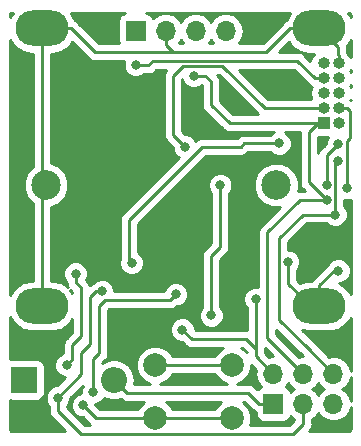
<source format=gbr>
G04 #@! TF.GenerationSoftware,KiCad,Pcbnew,(5.0.0)*
G04 #@! TF.CreationDate,2020-03-15T13:15:32-04:00*
G04 #@! TF.ProjectId,Attiny_IMU_LCD_ETC,417474696E795F494D555F4C43445F45,rev?*
G04 #@! TF.SameCoordinates,Original*
G04 #@! TF.FileFunction,Copper,L2,Bot,Signal*
G04 #@! TF.FilePolarity,Positive*
%FSLAX46Y46*%
G04 Gerber Fmt 4.6, Leading zero omitted, Abs format (unit mm)*
G04 Created by KiCad (PCBNEW (5.0.0)) date 03/15/20 13:15:32*
%MOMM*%
%LPD*%
G01*
G04 APERTURE LIST*
G04 #@! TA.AperFunction,ComponentPad*
%ADD10O,1.000000X1.000000*%
G04 #@! TD*
G04 #@! TA.AperFunction,ComponentPad*
%ADD11R,1.000000X1.000000*%
G04 #@! TD*
G04 #@! TA.AperFunction,ComponentPad*
%ADD12O,2.200000X2.200000*%
G04 #@! TD*
G04 #@! TA.AperFunction,ComponentPad*
%ADD13R,2.200000X2.200000*%
G04 #@! TD*
G04 #@! TA.AperFunction,ComponentPad*
%ADD14C,2.000000*%
G04 #@! TD*
G04 #@! TA.AperFunction,ComponentPad*
%ADD15O,4.500000X3.000000*%
G04 #@! TD*
G04 #@! TA.AperFunction,ComponentPad*
%ADD16R,1.700000X1.700000*%
G04 #@! TD*
G04 #@! TA.AperFunction,ComponentPad*
%ADD17O,1.700000X1.700000*%
G04 #@! TD*
G04 #@! TA.AperFunction,ComponentPad*
%ADD18C,2.500000*%
G04 #@! TD*
G04 #@! TA.AperFunction,ViaPad*
%ADD19C,0.800000*%
G04 #@! TD*
G04 #@! TA.AperFunction,Conductor*
%ADD20C,0.250000*%
G04 #@! TD*
G04 #@! TA.AperFunction,NonConductor*
%ADD21C,0.254000*%
G04 #@! TD*
G04 APERTURE END LIST*
D10*
G04 #@! TO.P,J1,10*
G04 #@! TO.N,GND*
X145020000Y-72460000D03*
G04 #@! TO.P,J1,9*
G04 #@! TO.N,SDA*
X143750000Y-72460000D03*
G04 #@! TO.P,J1,8*
G04 #@! TO.N,N/C*
X145020000Y-73730000D03*
G04 #@! TO.P,J1,7*
G04 #@! TO.N,+3V3*
X143750000Y-73730000D03*
G04 #@! TO.P,J1,6*
G04 #@! TO.N,RST*
X145020000Y-75000000D03*
G04 #@! TO.P,J1,5*
G04 #@! TO.N,N/C*
X143750000Y-75000000D03*
G04 #@! TO.P,J1,4*
G04 #@! TO.N,+3V3*
X145020000Y-76270000D03*
G04 #@! TO.P,J1,3*
G04 #@! TO.N,BTN*
X143750000Y-76270000D03*
G04 #@! TO.P,J1,2*
G04 #@! TO.N,GND*
X145020000Y-77540000D03*
D11*
G04 #@! TO.P,J1,1*
G04 #@! TO.N,SCL*
X143750000Y-77540000D03*
G04 #@! TD*
D12*
G04 #@! TO.P,SW1,2*
G04 #@! TO.N,+3V3*
X126000000Y-99250000D03*
D13*
G04 #@! TO.P,SW1,1*
G04 #@! TO.N,Net-(SW1-Pad1)*
X118380000Y-99250000D03*
G04 #@! TD*
D14*
G04 #@! TO.P,SW2,1*
G04 #@! TO.N,BTN*
X136000000Y-98000000D03*
G04 #@! TO.P,SW2,2*
G04 #@! TO.N,GND*
X136000000Y-102500000D03*
G04 #@! TO.P,SW2,1*
G04 #@! TO.N,BTN*
X129500000Y-98000000D03*
G04 #@! TO.P,SW2,2*
G04 #@! TO.N,GND*
X129500000Y-102500000D03*
G04 #@! TD*
D15*
G04 #@! TO.P,U1,5*
G04 #@! TO.N,GND*
X119900001Y-93000000D03*
X143400001Y-93000000D03*
X119900001Y-69500000D03*
X143400001Y-69500000D03*
D16*
G04 #@! TO.P,U1,1*
G04 #@! TO.N,+3V3*
X127850001Y-69700000D03*
D17*
G04 #@! TO.P,U1,2*
G04 #@! TO.N,GND*
X130390001Y-69700000D03*
G04 #@! TO.P,U1,3*
G04 #@! TO.N,SCL*
X132930001Y-69700000D03*
G04 #@! TO.P,U1,4*
G04 #@! TO.N,SDA*
X135470001Y-69700000D03*
G04 #@! TD*
D18*
G04 #@! TO.P,U2,1*
G04 #@! TO.N,GND*
X120250000Y-82750000D03*
G04 #@! TO.P,U2,2*
G04 #@! TO.N,Net-(SW1-Pad1)*
X139750000Y-82750000D03*
G04 #@! TD*
D17*
G04 #@! TO.P,J2,6*
G04 #@! TO.N,SDA*
X144580000Y-98750000D03*
G04 #@! TO.P,J2,5*
G04 #@! TO.N,LED2*
X144580000Y-101290000D03*
G04 #@! TO.P,J2,4*
G04 #@! TO.N,SCL*
X142040000Y-98750000D03*
G04 #@! TO.P,J2,3*
G04 #@! TO.N,LED1*
X142040000Y-101290000D03*
G04 #@! TO.P,J2,2*
G04 #@! TO.N,GND*
X139500000Y-98750000D03*
D16*
G04 #@! TO.P,J2,1*
G04 #@! TO.N,+3V3*
X139500000Y-101290000D03*
G04 #@! TD*
D19*
G04 #@! TO.N,GND*
X145000000Y-90000000D03*
X123400000Y-101400000D03*
X131800000Y-95000000D03*
X138000000Y-92400000D03*
X145000000Y-79250000D03*
X144000000Y-82750000D03*
X140750000Y-89250000D03*
G04 #@! TO.N,+3V3*
X122000000Y-98000000D03*
X122750000Y-90250000D03*
X145750000Y-83000000D03*
X127850001Y-72600001D03*
G04 #@! TO.N,BTN*
X132000000Y-79500000D03*
X135000000Y-82750000D03*
X134250000Y-93800000D03*
G04 #@! TO.N,SCL*
X132750000Y-73500000D03*
X144000000Y-84000000D03*
G04 #@! TO.N,RST*
X127500000Y-89345000D03*
X140012653Y-79237347D03*
G04 #@! TO.N,SDA*
X144750000Y-85250000D03*
X144987347Y-80737347D03*
G04 #@! TO.N,LED1*
X121250000Y-100750000D03*
X125000000Y-91750000D03*
G04 #@! TO.N,LED2*
X124250000Y-100250000D03*
X131250000Y-92000000D03*
G04 #@! TD*
D20*
G04 #@! TO.N,GND*
X130390001Y-70902081D02*
X130987920Y-71500000D01*
X130390001Y-69700000D02*
X130390001Y-70902081D01*
X140900001Y-69500000D02*
X143400001Y-69500000D01*
X138900001Y-71500000D02*
X140900001Y-69500000D01*
X144770000Y-70869999D02*
X143400001Y-69500000D01*
X124400001Y-71500000D02*
X131500000Y-71500000D01*
X122400001Y-69500000D02*
X124400001Y-71500000D01*
X119900001Y-69500000D02*
X122400001Y-69500000D01*
X130987920Y-71500000D02*
X131500000Y-71500000D01*
X131500000Y-71500000D02*
X138900001Y-71500000D01*
X144650001Y-90000000D02*
X145000000Y-90000000D01*
X143400001Y-91250000D02*
X144650001Y-90000000D01*
X143400001Y-93000000D02*
X143400001Y-91250000D01*
X129500000Y-102500000D02*
X136000000Y-102500000D01*
X119900001Y-83099999D02*
X120250000Y-82750000D01*
X119900001Y-93000000D02*
X119900001Y-83099999D01*
X119900001Y-82400001D02*
X120250000Y-82750000D01*
X119900001Y-69500000D02*
X119900001Y-82400001D01*
X124500000Y-102500000D02*
X123400000Y-101400000D01*
X129500000Y-102500000D02*
X124500000Y-102500000D01*
X139500000Y-98750000D02*
X138000000Y-97250000D01*
X138000000Y-97250000D02*
X138000000Y-96600000D01*
X138000000Y-96600000D02*
X137200000Y-95800000D01*
X137200000Y-95800000D02*
X132600000Y-95800000D01*
X132600000Y-95800000D02*
X131800000Y-95000000D01*
X138000000Y-96600000D02*
X138000000Y-92400000D01*
X145020000Y-71752894D02*
X145000000Y-71732894D01*
X145020000Y-72460000D02*
X145020000Y-71752894D01*
X145000000Y-71099999D02*
X143400001Y-69500000D01*
X145000000Y-71732894D02*
X145000000Y-71099999D01*
X142650001Y-93000000D02*
X143400001Y-93000000D01*
X140750000Y-91099999D02*
X142650001Y-93000000D01*
X140750000Y-89250000D02*
X140750000Y-91099999D01*
X144250000Y-80000000D02*
X145000000Y-79250000D01*
X144000000Y-80250000D02*
X144250000Y-80000000D01*
X144000000Y-82750000D02*
X144000000Y-80250000D01*
G04 #@! TO.N,+3V3*
X126000000Y-99250000D02*
X127099999Y-100349999D01*
X122750000Y-91000000D02*
X122750000Y-90250000D01*
X123250000Y-91500000D02*
X122750000Y-91000000D01*
X123250000Y-95500000D02*
X123250000Y-91500000D01*
X122475011Y-96274989D02*
X123250000Y-95500000D01*
X122475011Y-97524989D02*
X122475011Y-96274989D01*
X122000000Y-98000000D02*
X122475011Y-97524989D01*
X127099999Y-100349999D02*
X137349999Y-100349999D01*
X138290000Y-101290000D02*
X139500000Y-101290000D01*
X137349999Y-100349999D02*
X138290000Y-101290000D01*
X145770000Y-76270000D02*
X145020000Y-76270000D01*
X146000000Y-76500000D02*
X145770000Y-76270000D01*
X146000000Y-78750000D02*
X146000000Y-76500000D01*
X145750000Y-83000000D02*
X145750000Y-79000000D01*
X145750000Y-79000000D02*
X146000000Y-78750000D01*
X141532884Y-72219990D02*
X129280010Y-72219990D01*
X143750000Y-73730000D02*
X143042894Y-73730000D01*
X143042894Y-73730000D02*
X141532884Y-72219990D01*
X129280010Y-72219990D02*
X128899999Y-72600001D01*
X128899999Y-72600001D02*
X127850001Y-72600001D01*
G04 #@! TO.N,BTN*
X136000000Y-98000000D02*
X129500000Y-98000000D01*
X131830000Y-72670000D02*
X131000000Y-73500000D01*
X131000000Y-73500000D02*
X131000000Y-78500000D01*
X131000000Y-78500000D02*
X132000000Y-79500000D01*
X135000000Y-82750000D02*
X135000000Y-88000000D01*
X135000000Y-88000000D02*
X134200000Y-88800000D01*
X134200000Y-93750000D02*
X134250000Y-93800000D01*
X134200000Y-88800000D02*
X134200000Y-93750000D01*
X131830000Y-72670000D02*
X135170000Y-72670000D01*
X138770000Y-76270000D02*
X143750000Y-76270000D01*
X135170000Y-72670000D02*
X138770000Y-76270000D01*
G04 #@! TO.N,SCL*
X133750000Y-73500000D02*
X132750000Y-73500000D01*
X134190000Y-73940000D02*
X133750000Y-73500000D01*
X139490000Y-96200000D02*
X142040000Y-98750000D01*
X139000000Y-95710000D02*
X139490000Y-96200000D01*
X139000000Y-86750000D02*
X139000000Y-95710000D01*
X141750000Y-84000000D02*
X139000000Y-86750000D01*
X144000000Y-84000000D02*
X141750000Y-84000000D01*
X134190000Y-75940000D02*
X134190000Y-73940000D01*
X135790000Y-77540000D02*
X134190000Y-75940000D01*
X139750000Y-77540000D02*
X135790000Y-77540000D01*
X142500000Y-82500000D02*
X142500000Y-80290000D01*
X144000000Y-84000000D02*
X142500000Y-82500000D01*
X142500000Y-78290000D02*
X143250000Y-77540000D01*
X142500000Y-80290000D02*
X142500000Y-78290000D01*
X143750000Y-77540000D02*
X143250000Y-77540000D01*
X143250000Y-77540000D02*
X139750000Y-77540000D01*
G04 #@! TO.N,RST*
X136750000Y-79500000D02*
X133500000Y-79500000D01*
X133500000Y-79500000D02*
X127250000Y-85750000D01*
X127250000Y-89095000D02*
X127500000Y-89345000D01*
X127250000Y-85750000D02*
X127250000Y-89095000D01*
X137012653Y-79237347D02*
X136750000Y-79500000D01*
X140012653Y-79237347D02*
X137012653Y-79237347D01*
G04 #@! TO.N,SDA*
X140000000Y-94170000D02*
X142400000Y-96570000D01*
X140000000Y-87250000D02*
X140000000Y-94170000D01*
X142000000Y-85250000D02*
X140000000Y-87250000D01*
X142400000Y-96570000D02*
X144580000Y-98750000D01*
X144750000Y-85250000D02*
X142000000Y-85250000D01*
X144750000Y-80974694D02*
X144987347Y-80737347D01*
X144750000Y-85250000D02*
X144750000Y-80974694D01*
G04 #@! TO.N,LED1*
X124500000Y-91750000D02*
X125000000Y-91750000D01*
X124000000Y-92250000D02*
X124500000Y-91750000D01*
X124000000Y-96250000D02*
X124000000Y-92250000D01*
X123250000Y-97000000D02*
X124000000Y-96250000D01*
X123250000Y-98750000D02*
X123250000Y-97000000D01*
X121250000Y-100750000D02*
X123250000Y-98750000D01*
X142040000Y-102960000D02*
X142040000Y-101290000D01*
X141174999Y-103825001D02*
X142040000Y-102960000D01*
X123225001Y-103825001D02*
X141174999Y-103825001D01*
X121250000Y-100750000D02*
X121250000Y-101850000D01*
X121250000Y-101850000D02*
X123225001Y-103825001D01*
G04 #@! TO.N,LED2*
X124250000Y-97500000D02*
X124250000Y-100250000D01*
X124750000Y-97000000D02*
X124250000Y-97500000D01*
X124750000Y-93000000D02*
X124750000Y-97000000D01*
X125250000Y-92500000D02*
X124750000Y-93000000D01*
X130750000Y-92500000D02*
X125250000Y-92500000D01*
X131250000Y-92000000D02*
X130750000Y-92500000D01*
G04 #@! TD*
D21*
G36*
X117610752Y-94539249D02*
X118316965Y-95011126D01*
X118939722Y-95135000D01*
X120860280Y-95135000D01*
X121483037Y-95011126D01*
X122189250Y-94539249D01*
X122490000Y-94089145D01*
X122490000Y-95185198D01*
X121990539Y-95684660D01*
X121927083Y-95727060D01*
X121884683Y-95790516D01*
X121884682Y-95790517D01*
X121759108Y-95978452D01*
X121700123Y-96274989D01*
X121715012Y-96349840D01*
X121715011Y-96997770D01*
X121413720Y-97122569D01*
X121122569Y-97413720D01*
X120965000Y-97794126D01*
X120965000Y-98205874D01*
X121122569Y-98586280D01*
X121413720Y-98877431D01*
X121794126Y-99035000D01*
X121890198Y-99035000D01*
X121210199Y-99715000D01*
X121044126Y-99715000D01*
X120663720Y-99872569D01*
X120372569Y-100163720D01*
X120215000Y-100544126D01*
X120215000Y-100955874D01*
X120372569Y-101336280D01*
X120490001Y-101453712D01*
X120490001Y-101775149D01*
X120475112Y-101850000D01*
X120534097Y-102146537D01*
X120621558Y-102277431D01*
X120702072Y-102397929D01*
X120765528Y-102440329D01*
X121865198Y-103540000D01*
X117319930Y-103540000D01*
X117240016Y-103524104D01*
X117231551Y-103518448D01*
X117225896Y-103509985D01*
X117210000Y-103430070D01*
X117210000Y-100983516D01*
X117280000Y-100997440D01*
X119480000Y-100997440D01*
X119727765Y-100948157D01*
X119937809Y-100807809D01*
X120078157Y-100597765D01*
X120127440Y-100350000D01*
X120127440Y-98150000D01*
X120078157Y-97902235D01*
X119937809Y-97692191D01*
X119727765Y-97551843D01*
X119480000Y-97502560D01*
X117280000Y-97502560D01*
X117210000Y-97516484D01*
X117210000Y-93939482D01*
X117610752Y-94539249D01*
X117610752Y-94539249D01*
G37*
X117610752Y-94539249D02*
X118316965Y-95011126D01*
X118939722Y-95135000D01*
X120860280Y-95135000D01*
X121483037Y-95011126D01*
X122189250Y-94539249D01*
X122490000Y-94089145D01*
X122490000Y-95185198D01*
X121990539Y-95684660D01*
X121927083Y-95727060D01*
X121884683Y-95790516D01*
X121884682Y-95790517D01*
X121759108Y-95978452D01*
X121700123Y-96274989D01*
X121715012Y-96349840D01*
X121715011Y-96997770D01*
X121413720Y-97122569D01*
X121122569Y-97413720D01*
X120965000Y-97794126D01*
X120965000Y-98205874D01*
X121122569Y-98586280D01*
X121413720Y-98877431D01*
X121794126Y-99035000D01*
X121890198Y-99035000D01*
X121210199Y-99715000D01*
X121044126Y-99715000D01*
X120663720Y-99872569D01*
X120372569Y-100163720D01*
X120215000Y-100544126D01*
X120215000Y-100955874D01*
X120372569Y-101336280D01*
X120490001Y-101453712D01*
X120490001Y-101775149D01*
X120475112Y-101850000D01*
X120534097Y-102146537D01*
X120621558Y-102277431D01*
X120702072Y-102397929D01*
X120765528Y-102440329D01*
X121865198Y-103540000D01*
X117319930Y-103540000D01*
X117240016Y-103524104D01*
X117231551Y-103518448D01*
X117225896Y-103509985D01*
X117210000Y-103430070D01*
X117210000Y-100983516D01*
X117280000Y-100997440D01*
X119480000Y-100997440D01*
X119727765Y-100948157D01*
X119937809Y-100807809D01*
X120078157Y-100597765D01*
X120127440Y-100350000D01*
X120127440Y-98150000D01*
X120078157Y-97902235D01*
X119937809Y-97692191D01*
X119727765Y-97551843D01*
X119480000Y-97502560D01*
X117280000Y-97502560D01*
X117210000Y-97516484D01*
X117210000Y-93939482D01*
X117610752Y-94539249D01*
G36*
X146040001Y-103430065D02*
X146024104Y-103509984D01*
X146018448Y-103518449D01*
X146009985Y-103524104D01*
X145930070Y-103540000D01*
X142539931Y-103540000D01*
X142587929Y-103507929D01*
X142755904Y-103256537D01*
X142800000Y-103034852D01*
X142800000Y-103034848D01*
X142814888Y-102960001D01*
X142800000Y-102885154D01*
X142800000Y-102568178D01*
X143110625Y-102360625D01*
X143310000Y-102062239D01*
X143509375Y-102360625D01*
X144000582Y-102688839D01*
X144433744Y-102775000D01*
X144726256Y-102775000D01*
X145159418Y-102688839D01*
X145650625Y-102360625D01*
X145978839Y-101869418D01*
X146040001Y-101561935D01*
X146040001Y-103430065D01*
X146040001Y-103430065D01*
G37*
X146040001Y-103430065D02*
X146024104Y-103509984D01*
X146018448Y-103518449D01*
X146009985Y-103524104D01*
X145930070Y-103540000D01*
X142539931Y-103540000D01*
X142587929Y-103507929D01*
X142755904Y-103256537D01*
X142800000Y-103034852D01*
X142800000Y-103034848D01*
X142814888Y-102960001D01*
X142800000Y-102885154D01*
X142800000Y-102568178D01*
X143110625Y-102360625D01*
X143310000Y-102062239D01*
X143509375Y-102360625D01*
X144000582Y-102688839D01*
X144433744Y-102775000D01*
X144726256Y-102775000D01*
X145159418Y-102688839D01*
X145650625Y-102360625D01*
X145978839Y-101869418D01*
X146040001Y-101561935D01*
X146040001Y-103430065D01*
G36*
X123215000Y-100044126D02*
X123215000Y-100365000D01*
X123194126Y-100365000D01*
X122813720Y-100522569D01*
X122522569Y-100813720D01*
X122365000Y-101194126D01*
X122365000Y-101605874D01*
X122522569Y-101986280D01*
X122813720Y-102277431D01*
X123194126Y-102435000D01*
X123360199Y-102435000D01*
X123909671Y-102984473D01*
X123952071Y-103047929D01*
X123977621Y-103065001D01*
X123539803Y-103065001D01*
X122010000Y-101535199D01*
X122010000Y-101453711D01*
X122127431Y-101336280D01*
X122285000Y-100955874D01*
X122285000Y-100789801D01*
X123345336Y-99729465D01*
X123215000Y-100044126D01*
X123215000Y-100044126D01*
G37*
X123215000Y-100044126D02*
X123215000Y-100365000D01*
X123194126Y-100365000D01*
X122813720Y-100522569D01*
X122522569Y-100813720D01*
X122365000Y-101194126D01*
X122365000Y-101605874D01*
X122522569Y-101986280D01*
X122813720Y-102277431D01*
X123194126Y-102435000D01*
X123360199Y-102435000D01*
X123909671Y-102984473D01*
X123952071Y-103047929D01*
X123977621Y-103065001D01*
X123539803Y-103065001D01*
X122010000Y-101535199D01*
X122010000Y-101453711D01*
X122127431Y-101336280D01*
X122285000Y-100955874D01*
X122285000Y-100789801D01*
X123345336Y-99729465D01*
X123215000Y-100044126D01*
G36*
X137699671Y-101774473D02*
X137742071Y-101837929D01*
X137993463Y-102005904D01*
X138002560Y-102007714D01*
X138002560Y-102140000D01*
X138051843Y-102387765D01*
X138192191Y-102597809D01*
X138402235Y-102738157D01*
X138650000Y-102787440D01*
X140350000Y-102787440D01*
X140597765Y-102738157D01*
X140807809Y-102597809D01*
X140948157Y-102387765D01*
X140957184Y-102342381D01*
X140969375Y-102360625D01*
X141280000Y-102568178D01*
X141280000Y-102645198D01*
X140860198Y-103065001D01*
X137535680Y-103065001D01*
X137635000Y-102825222D01*
X137635000Y-102174778D01*
X137386086Y-101573847D01*
X136926153Y-101113914D01*
X136916701Y-101109999D01*
X137035198Y-101109999D01*
X137699671Y-101774473D01*
X137699671Y-101774473D01*
G37*
X137699671Y-101774473D02*
X137742071Y-101837929D01*
X137993463Y-102005904D01*
X138002560Y-102007714D01*
X138002560Y-102140000D01*
X138051843Y-102387765D01*
X138192191Y-102597809D01*
X138402235Y-102738157D01*
X138650000Y-102787440D01*
X140350000Y-102787440D01*
X140597765Y-102738157D01*
X140807809Y-102597809D01*
X140948157Y-102387765D01*
X140957184Y-102342381D01*
X140969375Y-102360625D01*
X141280000Y-102568178D01*
X141280000Y-102645198D01*
X140860198Y-103065001D01*
X137535680Y-103065001D01*
X137635000Y-102825222D01*
X137635000Y-102174778D01*
X137386086Y-101573847D01*
X136926153Y-101113914D01*
X136916701Y-101109999D01*
X137035198Y-101109999D01*
X137699671Y-101774473D01*
G36*
X135073847Y-101113914D02*
X134613914Y-101573847D01*
X134545091Y-101740000D01*
X130954909Y-101740000D01*
X130886086Y-101573847D01*
X130426153Y-101113914D01*
X130416701Y-101109999D01*
X135083299Y-101109999D01*
X135073847Y-101113914D01*
X135073847Y-101113914D01*
G37*
X135073847Y-101113914D02*
X134613914Y-101573847D01*
X134545091Y-101740000D01*
X130954909Y-101740000D01*
X130886086Y-101573847D01*
X130426153Y-101113914D01*
X130416701Y-101109999D01*
X135083299Y-101109999D01*
X135073847Y-101113914D01*
G36*
X125323037Y-100884334D02*
X125829120Y-100985000D01*
X126170880Y-100985000D01*
X126565043Y-100906596D01*
X126803462Y-101065903D01*
X127025147Y-101109999D01*
X127025151Y-101109999D01*
X127099999Y-101124887D01*
X127174847Y-101109999D01*
X128583299Y-101109999D01*
X128573847Y-101113914D01*
X128113914Y-101573847D01*
X128045091Y-101740000D01*
X124814802Y-101740000D01*
X124435000Y-101360199D01*
X124435000Y-101285000D01*
X124455874Y-101285000D01*
X124836280Y-101127431D01*
X125127431Y-100836280D01*
X125154243Y-100771550D01*
X125323037Y-100884334D01*
X125323037Y-100884334D01*
G37*
X125323037Y-100884334D02*
X125829120Y-100985000D01*
X126170880Y-100985000D01*
X126565043Y-100906596D01*
X126803462Y-101065903D01*
X127025147Y-101109999D01*
X127025151Y-101109999D01*
X127099999Y-101124887D01*
X127174847Y-101109999D01*
X128583299Y-101109999D01*
X128573847Y-101113914D01*
X128113914Y-101573847D01*
X128045091Y-101740000D01*
X124814802Y-101740000D01*
X124435000Y-101360199D01*
X124435000Y-101285000D01*
X124455874Y-101285000D01*
X124836280Y-101127431D01*
X125127431Y-100836280D01*
X125154243Y-100771550D01*
X125323037Y-100884334D01*
G36*
X146040001Y-101018065D02*
X145978839Y-100710582D01*
X145650625Y-100219375D01*
X145352239Y-100020000D01*
X145650625Y-99820625D01*
X145978839Y-99329418D01*
X146040001Y-99021935D01*
X146040001Y-101018065D01*
X146040001Y-101018065D01*
G37*
X146040001Y-101018065D02*
X145978839Y-100710582D01*
X145650625Y-100219375D01*
X145352239Y-100020000D01*
X145650625Y-99820625D01*
X145978839Y-99329418D01*
X146040001Y-99021935D01*
X146040001Y-101018065D01*
G36*
X143509375Y-99820625D02*
X143807761Y-100020000D01*
X143509375Y-100219375D01*
X143310000Y-100517761D01*
X143110625Y-100219375D01*
X142812239Y-100020000D01*
X143110625Y-99820625D01*
X143310000Y-99522239D01*
X143509375Y-99820625D01*
X143509375Y-99820625D01*
G37*
X143509375Y-99820625D02*
X143807761Y-100020000D01*
X143509375Y-100219375D01*
X143310000Y-100517761D01*
X143110625Y-100219375D01*
X142812239Y-100020000D01*
X143110625Y-99820625D01*
X143310000Y-99522239D01*
X143509375Y-99820625D01*
G36*
X140969375Y-99820625D02*
X141267761Y-100020000D01*
X140969375Y-100219375D01*
X140957184Y-100237619D01*
X140948157Y-100192235D01*
X140807809Y-99982191D01*
X140597765Y-99841843D01*
X140552381Y-99832816D01*
X140570625Y-99820625D01*
X140770000Y-99522239D01*
X140969375Y-99820625D01*
X140969375Y-99820625D01*
G37*
X140969375Y-99820625D02*
X141267761Y-100020000D01*
X140969375Y-100219375D01*
X140957184Y-100237619D01*
X140948157Y-100192235D01*
X140807809Y-99982191D01*
X140597765Y-99841843D01*
X140552381Y-99832816D01*
X140570625Y-99820625D01*
X140770000Y-99522239D01*
X140969375Y-99820625D01*
G36*
X138058791Y-98383593D02*
X137985908Y-98750000D01*
X138101161Y-99329418D01*
X138429375Y-99820625D01*
X138447619Y-99832816D01*
X138402235Y-99841843D01*
X138192191Y-99982191D01*
X138138038Y-100063236D01*
X137940330Y-99865529D01*
X137897928Y-99802070D01*
X137646536Y-99634095D01*
X137424851Y-99589999D01*
X137424846Y-99589999D01*
X137349999Y-99575111D01*
X137275152Y-99589999D01*
X136433864Y-99589999D01*
X136926153Y-99386086D01*
X137386086Y-98926153D01*
X137635000Y-98325222D01*
X137635000Y-97959801D01*
X138058791Y-98383593D01*
X138058791Y-98383593D01*
G37*
X138058791Y-98383593D02*
X137985908Y-98750000D01*
X138101161Y-99329418D01*
X138429375Y-99820625D01*
X138447619Y-99832816D01*
X138402235Y-99841843D01*
X138192191Y-99982191D01*
X138138038Y-100063236D01*
X137940330Y-99865529D01*
X137897928Y-99802070D01*
X137646536Y-99634095D01*
X137424851Y-99589999D01*
X137424846Y-99589999D01*
X137349999Y-99575111D01*
X137275152Y-99589999D01*
X136433864Y-99589999D01*
X136926153Y-99386086D01*
X137386086Y-98926153D01*
X137635000Y-98325222D01*
X137635000Y-97959801D01*
X138058791Y-98383593D01*
G36*
X123809672Y-71984473D02*
X123852072Y-72047929D01*
X124103464Y-72215904D01*
X124325149Y-72260000D01*
X124325153Y-72260000D01*
X124400000Y-72274888D01*
X124474847Y-72260000D01*
X126870558Y-72260000D01*
X126815001Y-72394127D01*
X126815001Y-72805875D01*
X126972570Y-73186281D01*
X127263721Y-73477432D01*
X127644127Y-73635001D01*
X128055875Y-73635001D01*
X128436281Y-73477432D01*
X128553712Y-73360001D01*
X128825152Y-73360001D01*
X128899999Y-73374889D01*
X128974846Y-73360001D01*
X128974851Y-73360001D01*
X129196536Y-73315905D01*
X129447928Y-73147930D01*
X129490330Y-73084471D01*
X129594811Y-72979990D01*
X130433416Y-72979990D01*
X130284096Y-73203464D01*
X130240000Y-73425149D01*
X130240000Y-73425153D01*
X130225112Y-73500000D01*
X130240000Y-73574847D01*
X130240001Y-78425148D01*
X130225112Y-78500000D01*
X130240001Y-78574852D01*
X130265583Y-78703463D01*
X130284097Y-78796537D01*
X130388952Y-78953463D01*
X130452072Y-79047929D01*
X130515528Y-79090329D01*
X130965000Y-79539802D01*
X130965000Y-79705874D01*
X131122569Y-80086280D01*
X131413720Y-80377431D01*
X131508506Y-80416692D01*
X126765530Y-85159669D01*
X126702071Y-85202071D01*
X126534096Y-85453464D01*
X126490000Y-85675149D01*
X126490000Y-85675153D01*
X126475112Y-85750000D01*
X126490000Y-85824847D01*
X126490001Y-89020148D01*
X126475112Y-89095000D01*
X126477761Y-89108318D01*
X126465000Y-89139126D01*
X126465000Y-89550874D01*
X126622569Y-89931280D01*
X126913720Y-90222431D01*
X127294126Y-90380000D01*
X127705874Y-90380000D01*
X128086280Y-90222431D01*
X128377431Y-89931280D01*
X128535000Y-89550874D01*
X128535000Y-89139126D01*
X128377431Y-88758720D01*
X128086280Y-88467569D01*
X128010000Y-88435973D01*
X128010000Y-86064801D01*
X133814802Y-80260000D01*
X136675153Y-80260000D01*
X136750000Y-80274888D01*
X136824847Y-80260000D01*
X136824852Y-80260000D01*
X137046537Y-80215904D01*
X137297929Y-80047929D01*
X137331727Y-79997347D01*
X139308942Y-79997347D01*
X139426373Y-80114778D01*
X139806779Y-80272347D01*
X140218527Y-80272347D01*
X140598933Y-80114778D01*
X140890084Y-79823627D01*
X141047653Y-79443221D01*
X141047653Y-79031473D01*
X140890084Y-78651067D01*
X140598933Y-78359916D01*
X140454283Y-78300000D01*
X141727101Y-78300000D01*
X141740001Y-78364852D01*
X141740000Y-80364851D01*
X141740001Y-80364856D01*
X141740000Y-82425153D01*
X141725112Y-82500000D01*
X141740000Y-82574847D01*
X141740000Y-82574851D01*
X141784096Y-82796536D01*
X141952071Y-83047929D01*
X142015530Y-83090331D01*
X142165199Y-83240000D01*
X141824846Y-83240000D01*
X141749999Y-83225112D01*
X141675152Y-83240000D01*
X141675148Y-83240000D01*
X141579461Y-83259033D01*
X141635000Y-83124950D01*
X141635000Y-82375050D01*
X141348026Y-81682233D01*
X140817767Y-81151974D01*
X140124950Y-80865000D01*
X139375050Y-80865000D01*
X138682233Y-81151974D01*
X138151974Y-81682233D01*
X137865000Y-82375050D01*
X137865000Y-83124950D01*
X138151974Y-83817767D01*
X138682233Y-84348026D01*
X139375050Y-84635000D01*
X140040198Y-84635000D01*
X138515530Y-86159669D01*
X138452071Y-86202071D01*
X138284096Y-86453464D01*
X138240000Y-86675149D01*
X138240000Y-86675153D01*
X138225112Y-86750000D01*
X138240000Y-86824847D01*
X138240001Y-91379136D01*
X138205874Y-91365000D01*
X137794126Y-91365000D01*
X137413720Y-91522569D01*
X137122569Y-91813720D01*
X136965000Y-92194126D01*
X136965000Y-92605874D01*
X137122569Y-92986280D01*
X137240001Y-93103712D01*
X137240000Y-95033069D01*
X137200000Y-95025112D01*
X137125153Y-95040000D01*
X132914802Y-95040000D01*
X132835000Y-94960198D01*
X132835000Y-94794126D01*
X132677431Y-94413720D01*
X132386280Y-94122569D01*
X132005874Y-93965000D01*
X131594126Y-93965000D01*
X131213720Y-94122569D01*
X130922569Y-94413720D01*
X130765000Y-94794126D01*
X130765000Y-95205874D01*
X130922569Y-95586280D01*
X131213720Y-95877431D01*
X131594126Y-96035000D01*
X131760198Y-96035000D01*
X132009670Y-96284472D01*
X132052071Y-96347929D01*
X132115527Y-96390329D01*
X132303462Y-96515904D01*
X132349936Y-96525148D01*
X132525148Y-96560000D01*
X132525152Y-96560000D01*
X132600000Y-96574888D01*
X132674848Y-96560000D01*
X135204007Y-96560000D01*
X135073847Y-96613914D01*
X134613914Y-97073847D01*
X134545091Y-97240000D01*
X130954909Y-97240000D01*
X130886086Y-97073847D01*
X130426153Y-96613914D01*
X129825222Y-96365000D01*
X129174778Y-96365000D01*
X128573847Y-96613914D01*
X128113914Y-97073847D01*
X127865000Y-97674778D01*
X127865000Y-98325222D01*
X128113914Y-98926153D01*
X128573847Y-99386086D01*
X129066136Y-99589999D01*
X127701360Y-99589999D01*
X127768990Y-99250000D01*
X127634334Y-98573037D01*
X127250865Y-97999135D01*
X126676963Y-97615666D01*
X126170880Y-97515000D01*
X125829120Y-97515000D01*
X125323037Y-97615666D01*
X125010000Y-97824831D01*
X125010000Y-97814801D01*
X125234472Y-97590329D01*
X125297929Y-97547929D01*
X125413551Y-97374889D01*
X125465904Y-97296538D01*
X125484417Y-97203464D01*
X125510000Y-97074852D01*
X125510000Y-97074848D01*
X125524888Y-97000000D01*
X125510000Y-96925152D01*
X125510000Y-93594126D01*
X133215000Y-93594126D01*
X133215000Y-94005874D01*
X133372569Y-94386280D01*
X133663720Y-94677431D01*
X134044126Y-94835000D01*
X134455874Y-94835000D01*
X134836280Y-94677431D01*
X135127431Y-94386280D01*
X135285000Y-94005874D01*
X135285000Y-93594126D01*
X135127431Y-93213720D01*
X134960000Y-93046289D01*
X134960000Y-89114801D01*
X135484473Y-88590329D01*
X135547929Y-88547929D01*
X135703215Y-88315528D01*
X135715904Y-88296538D01*
X135758161Y-88084096D01*
X135760000Y-88074852D01*
X135760000Y-88074848D01*
X135774888Y-88000000D01*
X135760000Y-87925152D01*
X135760000Y-83453711D01*
X135877431Y-83336280D01*
X136035000Y-82955874D01*
X136035000Y-82544126D01*
X135877431Y-82163720D01*
X135586280Y-81872569D01*
X135205874Y-81715000D01*
X134794126Y-81715000D01*
X134413720Y-81872569D01*
X134122569Y-82163720D01*
X133965000Y-82544126D01*
X133965000Y-82955874D01*
X134122569Y-83336280D01*
X134240000Y-83453711D01*
X134240001Y-87685197D01*
X133715530Y-88209669D01*
X133652071Y-88252071D01*
X133484096Y-88503464D01*
X133440000Y-88725149D01*
X133440000Y-88725153D01*
X133425112Y-88800000D01*
X133440000Y-88874847D01*
X133440001Y-93146288D01*
X133372569Y-93213720D01*
X133215000Y-93594126D01*
X125510000Y-93594126D01*
X125510000Y-93314801D01*
X125564802Y-93260000D01*
X130675153Y-93260000D01*
X130750000Y-93274888D01*
X130824847Y-93260000D01*
X130824852Y-93260000D01*
X131046537Y-93215904D01*
X131297929Y-93047929D01*
X131306568Y-93035000D01*
X131455874Y-93035000D01*
X131836280Y-92877431D01*
X132127431Y-92586280D01*
X132285000Y-92205874D01*
X132285000Y-91794126D01*
X132127431Y-91413720D01*
X131836280Y-91122569D01*
X131455874Y-90965000D01*
X131044126Y-90965000D01*
X130663720Y-91122569D01*
X130372569Y-91413720D01*
X130237420Y-91740000D01*
X126035000Y-91740000D01*
X126035000Y-91544126D01*
X125877431Y-91163720D01*
X125586280Y-90872569D01*
X125205874Y-90715000D01*
X124794126Y-90715000D01*
X124413720Y-90872569D01*
X124264293Y-91021996D01*
X124251605Y-91024520D01*
X124203462Y-91034096D01*
X124142467Y-91074852D01*
X123960992Y-91196110D01*
X123840329Y-91015527D01*
X123797929Y-90952071D01*
X123734472Y-90909671D01*
X123637287Y-90812485D01*
X123785000Y-90455874D01*
X123785000Y-90044126D01*
X123627431Y-89663720D01*
X123336280Y-89372569D01*
X122955874Y-89215000D01*
X122544126Y-89215000D01*
X122163720Y-89372569D01*
X121872569Y-89663720D01*
X121715000Y-90044126D01*
X121715000Y-90455874D01*
X121872569Y-90836280D01*
X121985262Y-90948973D01*
X121975112Y-91000000D01*
X121990000Y-91074847D01*
X121990000Y-91074851D01*
X122034096Y-91296536D01*
X122107179Y-91405913D01*
X121483037Y-90988874D01*
X120860280Y-90865000D01*
X120660001Y-90865000D01*
X120660001Y-84620481D01*
X121317767Y-84348026D01*
X121848026Y-83817767D01*
X122135000Y-83124950D01*
X122135000Y-82375050D01*
X121848026Y-81682233D01*
X121317767Y-81151974D01*
X120660001Y-80879519D01*
X120660001Y-71635000D01*
X120860280Y-71635000D01*
X121483037Y-71511126D01*
X122189250Y-71039249D01*
X122459697Y-70634497D01*
X123809672Y-71984473D01*
X123809672Y-71984473D01*
G37*
X123809672Y-71984473D02*
X123852072Y-72047929D01*
X124103464Y-72215904D01*
X124325149Y-72260000D01*
X124325153Y-72260000D01*
X124400000Y-72274888D01*
X124474847Y-72260000D01*
X126870558Y-72260000D01*
X126815001Y-72394127D01*
X126815001Y-72805875D01*
X126972570Y-73186281D01*
X127263721Y-73477432D01*
X127644127Y-73635001D01*
X128055875Y-73635001D01*
X128436281Y-73477432D01*
X128553712Y-73360001D01*
X128825152Y-73360001D01*
X128899999Y-73374889D01*
X128974846Y-73360001D01*
X128974851Y-73360001D01*
X129196536Y-73315905D01*
X129447928Y-73147930D01*
X129490330Y-73084471D01*
X129594811Y-72979990D01*
X130433416Y-72979990D01*
X130284096Y-73203464D01*
X130240000Y-73425149D01*
X130240000Y-73425153D01*
X130225112Y-73500000D01*
X130240000Y-73574847D01*
X130240001Y-78425148D01*
X130225112Y-78500000D01*
X130240001Y-78574852D01*
X130265583Y-78703463D01*
X130284097Y-78796537D01*
X130388952Y-78953463D01*
X130452072Y-79047929D01*
X130515528Y-79090329D01*
X130965000Y-79539802D01*
X130965000Y-79705874D01*
X131122569Y-80086280D01*
X131413720Y-80377431D01*
X131508506Y-80416692D01*
X126765530Y-85159669D01*
X126702071Y-85202071D01*
X126534096Y-85453464D01*
X126490000Y-85675149D01*
X126490000Y-85675153D01*
X126475112Y-85750000D01*
X126490000Y-85824847D01*
X126490001Y-89020148D01*
X126475112Y-89095000D01*
X126477761Y-89108318D01*
X126465000Y-89139126D01*
X126465000Y-89550874D01*
X126622569Y-89931280D01*
X126913720Y-90222431D01*
X127294126Y-90380000D01*
X127705874Y-90380000D01*
X128086280Y-90222431D01*
X128377431Y-89931280D01*
X128535000Y-89550874D01*
X128535000Y-89139126D01*
X128377431Y-88758720D01*
X128086280Y-88467569D01*
X128010000Y-88435973D01*
X128010000Y-86064801D01*
X133814802Y-80260000D01*
X136675153Y-80260000D01*
X136750000Y-80274888D01*
X136824847Y-80260000D01*
X136824852Y-80260000D01*
X137046537Y-80215904D01*
X137297929Y-80047929D01*
X137331727Y-79997347D01*
X139308942Y-79997347D01*
X139426373Y-80114778D01*
X139806779Y-80272347D01*
X140218527Y-80272347D01*
X140598933Y-80114778D01*
X140890084Y-79823627D01*
X141047653Y-79443221D01*
X141047653Y-79031473D01*
X140890084Y-78651067D01*
X140598933Y-78359916D01*
X140454283Y-78300000D01*
X141727101Y-78300000D01*
X141740001Y-78364852D01*
X141740000Y-80364851D01*
X141740001Y-80364856D01*
X141740000Y-82425153D01*
X141725112Y-82500000D01*
X141740000Y-82574847D01*
X141740000Y-82574851D01*
X141784096Y-82796536D01*
X141952071Y-83047929D01*
X142015530Y-83090331D01*
X142165199Y-83240000D01*
X141824846Y-83240000D01*
X141749999Y-83225112D01*
X141675152Y-83240000D01*
X141675148Y-83240000D01*
X141579461Y-83259033D01*
X141635000Y-83124950D01*
X141635000Y-82375050D01*
X141348026Y-81682233D01*
X140817767Y-81151974D01*
X140124950Y-80865000D01*
X139375050Y-80865000D01*
X138682233Y-81151974D01*
X138151974Y-81682233D01*
X137865000Y-82375050D01*
X137865000Y-83124950D01*
X138151974Y-83817767D01*
X138682233Y-84348026D01*
X139375050Y-84635000D01*
X140040198Y-84635000D01*
X138515530Y-86159669D01*
X138452071Y-86202071D01*
X138284096Y-86453464D01*
X138240000Y-86675149D01*
X138240000Y-86675153D01*
X138225112Y-86750000D01*
X138240000Y-86824847D01*
X138240001Y-91379136D01*
X138205874Y-91365000D01*
X137794126Y-91365000D01*
X137413720Y-91522569D01*
X137122569Y-91813720D01*
X136965000Y-92194126D01*
X136965000Y-92605874D01*
X137122569Y-92986280D01*
X137240001Y-93103712D01*
X137240000Y-95033069D01*
X137200000Y-95025112D01*
X137125153Y-95040000D01*
X132914802Y-95040000D01*
X132835000Y-94960198D01*
X132835000Y-94794126D01*
X132677431Y-94413720D01*
X132386280Y-94122569D01*
X132005874Y-93965000D01*
X131594126Y-93965000D01*
X131213720Y-94122569D01*
X130922569Y-94413720D01*
X130765000Y-94794126D01*
X130765000Y-95205874D01*
X130922569Y-95586280D01*
X131213720Y-95877431D01*
X131594126Y-96035000D01*
X131760198Y-96035000D01*
X132009670Y-96284472D01*
X132052071Y-96347929D01*
X132115527Y-96390329D01*
X132303462Y-96515904D01*
X132349936Y-96525148D01*
X132525148Y-96560000D01*
X132525152Y-96560000D01*
X132600000Y-96574888D01*
X132674848Y-96560000D01*
X135204007Y-96560000D01*
X135073847Y-96613914D01*
X134613914Y-97073847D01*
X134545091Y-97240000D01*
X130954909Y-97240000D01*
X130886086Y-97073847D01*
X130426153Y-96613914D01*
X129825222Y-96365000D01*
X129174778Y-96365000D01*
X128573847Y-96613914D01*
X128113914Y-97073847D01*
X127865000Y-97674778D01*
X127865000Y-98325222D01*
X128113914Y-98926153D01*
X128573847Y-99386086D01*
X129066136Y-99589999D01*
X127701360Y-99589999D01*
X127768990Y-99250000D01*
X127634334Y-98573037D01*
X127250865Y-97999135D01*
X126676963Y-97615666D01*
X126170880Y-97515000D01*
X125829120Y-97515000D01*
X125323037Y-97615666D01*
X125010000Y-97824831D01*
X125010000Y-97814801D01*
X125234472Y-97590329D01*
X125297929Y-97547929D01*
X125413551Y-97374889D01*
X125465904Y-97296538D01*
X125484417Y-97203464D01*
X125510000Y-97074852D01*
X125510000Y-97074848D01*
X125524888Y-97000000D01*
X125510000Y-96925152D01*
X125510000Y-93594126D01*
X133215000Y-93594126D01*
X133215000Y-94005874D01*
X133372569Y-94386280D01*
X133663720Y-94677431D01*
X134044126Y-94835000D01*
X134455874Y-94835000D01*
X134836280Y-94677431D01*
X135127431Y-94386280D01*
X135285000Y-94005874D01*
X135285000Y-93594126D01*
X135127431Y-93213720D01*
X134960000Y-93046289D01*
X134960000Y-89114801D01*
X135484473Y-88590329D01*
X135547929Y-88547929D01*
X135703215Y-88315528D01*
X135715904Y-88296538D01*
X135758161Y-88084096D01*
X135760000Y-88074852D01*
X135760000Y-88074848D01*
X135774888Y-88000000D01*
X135760000Y-87925152D01*
X135760000Y-83453711D01*
X135877431Y-83336280D01*
X136035000Y-82955874D01*
X136035000Y-82544126D01*
X135877431Y-82163720D01*
X135586280Y-81872569D01*
X135205874Y-81715000D01*
X134794126Y-81715000D01*
X134413720Y-81872569D01*
X134122569Y-82163720D01*
X133965000Y-82544126D01*
X133965000Y-82955874D01*
X134122569Y-83336280D01*
X134240000Y-83453711D01*
X134240001Y-87685197D01*
X133715530Y-88209669D01*
X133652071Y-88252071D01*
X133484096Y-88503464D01*
X133440000Y-88725149D01*
X133440000Y-88725153D01*
X133425112Y-88800000D01*
X133440000Y-88874847D01*
X133440001Y-93146288D01*
X133372569Y-93213720D01*
X133215000Y-93594126D01*
X125510000Y-93594126D01*
X125510000Y-93314801D01*
X125564802Y-93260000D01*
X130675153Y-93260000D01*
X130750000Y-93274888D01*
X130824847Y-93260000D01*
X130824852Y-93260000D01*
X131046537Y-93215904D01*
X131297929Y-93047929D01*
X131306568Y-93035000D01*
X131455874Y-93035000D01*
X131836280Y-92877431D01*
X132127431Y-92586280D01*
X132285000Y-92205874D01*
X132285000Y-91794126D01*
X132127431Y-91413720D01*
X131836280Y-91122569D01*
X131455874Y-90965000D01*
X131044126Y-90965000D01*
X130663720Y-91122569D01*
X130372569Y-91413720D01*
X130237420Y-91740000D01*
X126035000Y-91740000D01*
X126035000Y-91544126D01*
X125877431Y-91163720D01*
X125586280Y-90872569D01*
X125205874Y-90715000D01*
X124794126Y-90715000D01*
X124413720Y-90872569D01*
X124264293Y-91021996D01*
X124251605Y-91024520D01*
X124203462Y-91034096D01*
X124142467Y-91074852D01*
X123960992Y-91196110D01*
X123840329Y-91015527D01*
X123797929Y-90952071D01*
X123734472Y-90909671D01*
X123637287Y-90812485D01*
X123785000Y-90455874D01*
X123785000Y-90044126D01*
X123627431Y-89663720D01*
X123336280Y-89372569D01*
X122955874Y-89215000D01*
X122544126Y-89215000D01*
X122163720Y-89372569D01*
X121872569Y-89663720D01*
X121715000Y-90044126D01*
X121715000Y-90455874D01*
X121872569Y-90836280D01*
X121985262Y-90948973D01*
X121975112Y-91000000D01*
X121990000Y-91074847D01*
X121990000Y-91074851D01*
X122034096Y-91296536D01*
X122107179Y-91405913D01*
X121483037Y-90988874D01*
X120860280Y-90865000D01*
X120660001Y-90865000D01*
X120660001Y-84620481D01*
X121317767Y-84348026D01*
X121848026Y-83817767D01*
X122135000Y-83124950D01*
X122135000Y-82375050D01*
X121848026Y-81682233D01*
X121317767Y-81151974D01*
X120660001Y-80879519D01*
X120660001Y-71635000D01*
X120860280Y-71635000D01*
X121483037Y-71511126D01*
X122189250Y-71039249D01*
X122459697Y-70634497D01*
X123809672Y-71984473D01*
G36*
X134613914Y-98926153D02*
X135073847Y-99386086D01*
X135566136Y-99589999D01*
X129933864Y-99589999D01*
X130426153Y-99386086D01*
X130886086Y-98926153D01*
X130954909Y-98760000D01*
X134545091Y-98760000D01*
X134613914Y-98926153D01*
X134613914Y-98926153D01*
G37*
X134613914Y-98926153D02*
X135073847Y-99386086D01*
X135566136Y-99589999D01*
X129933864Y-99589999D01*
X130426153Y-99386086D01*
X130886086Y-98926153D01*
X130954909Y-98760000D01*
X134545091Y-98760000D01*
X134613914Y-98926153D01*
G36*
X146040001Y-98478064D02*
X145978839Y-98170582D01*
X145650625Y-97679375D01*
X145159418Y-97351161D01*
X144726256Y-97265000D01*
X144433744Y-97265000D01*
X144213592Y-97308791D01*
X142990331Y-96085530D01*
X142990329Y-96085527D01*
X141940500Y-95035699D01*
X142439722Y-95135000D01*
X144360280Y-95135000D01*
X144983037Y-95011126D01*
X145689250Y-94539249D01*
X146040001Y-94014314D01*
X146040001Y-98478064D01*
X146040001Y-98478064D01*
G37*
X146040001Y-98478064D02*
X145978839Y-98170582D01*
X145650625Y-97679375D01*
X145159418Y-97351161D01*
X144726256Y-97265000D01*
X144433744Y-97265000D01*
X144213592Y-97308791D01*
X142990331Y-96085530D01*
X142990329Y-96085527D01*
X141940500Y-95035699D01*
X142439722Y-95135000D01*
X144360280Y-95135000D01*
X144983037Y-95011126D01*
X145689250Y-94539249D01*
X146040001Y-94014314D01*
X146040001Y-98478064D01*
G36*
X139005527Y-96790329D02*
X139005530Y-96790331D01*
X139480199Y-97265000D01*
X139353744Y-97265000D01*
X139133593Y-97308791D01*
X138760000Y-96935199D01*
X138760000Y-96674848D01*
X138774888Y-96600000D01*
X138764879Y-96549681D01*
X139005527Y-96790329D01*
X139005527Y-96790329D01*
G37*
X139005527Y-96790329D02*
X139005530Y-96790331D01*
X139480199Y-97265000D01*
X139353744Y-97265000D01*
X139133593Y-97308791D01*
X138760000Y-96935199D01*
X138760000Y-96674848D01*
X138774888Y-96600000D01*
X138764879Y-96549681D01*
X139005527Y-96790329D01*
G36*
X141915527Y-97160329D02*
X141915530Y-97160331D01*
X142020199Y-97265000D01*
X141893744Y-97265000D01*
X141673592Y-97308791D01*
X140080331Y-95715530D01*
X140080329Y-95715527D01*
X139760000Y-95395199D01*
X139760000Y-95004801D01*
X141915527Y-97160329D01*
X141915527Y-97160329D01*
G37*
X141915527Y-97160329D02*
X141915530Y-97160331D01*
X142020199Y-97265000D01*
X141893744Y-97265000D01*
X141673592Y-97308791D01*
X140080331Y-95715530D01*
X140080329Y-95715527D01*
X139760000Y-95395199D01*
X139760000Y-95004801D01*
X141915527Y-97160329D01*
G36*
X137240000Y-96914802D02*
X137240000Y-96927761D01*
X136926153Y-96613914D01*
X136795993Y-96560000D01*
X136885199Y-96560000D01*
X137240000Y-96914802D01*
X137240000Y-96914802D01*
G37*
X137240000Y-96914802D02*
X137240000Y-96927761D01*
X136926153Y-96613914D01*
X136795993Y-96560000D01*
X136885199Y-96560000D01*
X137240000Y-96914802D01*
G36*
X117610752Y-71039249D02*
X118316965Y-71511126D01*
X118939722Y-71635000D01*
X119140001Y-71635000D01*
X119140002Y-81194205D01*
X118651974Y-81682233D01*
X118365000Y-82375050D01*
X118365000Y-83124950D01*
X118651974Y-83817767D01*
X119140002Y-84305795D01*
X119140001Y-90865000D01*
X118939722Y-90865000D01*
X118316965Y-90988874D01*
X117610752Y-91460751D01*
X117210000Y-92060518D01*
X117210000Y-70439482D01*
X117610752Y-71039249D01*
X117610752Y-71039249D01*
G37*
X117610752Y-71039249D02*
X118316965Y-71511126D01*
X118939722Y-71635000D01*
X119140001Y-71635000D01*
X119140002Y-81194205D01*
X118651974Y-81682233D01*
X118365000Y-82375050D01*
X118365000Y-83124950D01*
X118651974Y-83817767D01*
X119140002Y-84305795D01*
X119140001Y-90865000D01*
X118939722Y-90865000D01*
X118316965Y-90988874D01*
X117610752Y-91460751D01*
X117210000Y-92060518D01*
X117210000Y-70439482D01*
X117610752Y-71039249D01*
G36*
X146040001Y-91985686D02*
X145689250Y-91460751D01*
X145052069Y-91035000D01*
X145205874Y-91035000D01*
X145586280Y-90877431D01*
X145877431Y-90586280D01*
X146035000Y-90205874D01*
X146035000Y-89794126D01*
X145877431Y-89413720D01*
X145586280Y-89122569D01*
X145205874Y-88965000D01*
X144794126Y-88965000D01*
X144413720Y-89122569D01*
X144122569Y-89413720D01*
X144108448Y-89447810D01*
X144102072Y-89452071D01*
X144059672Y-89515527D01*
X142915529Y-90659671D01*
X142852073Y-90702071D01*
X142809673Y-90765527D01*
X142809672Y-90765528D01*
X142743207Y-90865000D01*
X142439722Y-90865000D01*
X141816965Y-90988874D01*
X141755048Y-91030246D01*
X141510000Y-90785198D01*
X141510000Y-89953711D01*
X141627431Y-89836280D01*
X141785000Y-89455874D01*
X141785000Y-89044126D01*
X141627431Y-88663720D01*
X141336280Y-88372569D01*
X140955874Y-88215000D01*
X140760000Y-88215000D01*
X140760000Y-87564801D01*
X142314802Y-86010000D01*
X144046289Y-86010000D01*
X144163720Y-86127431D01*
X144544126Y-86285000D01*
X144955874Y-86285000D01*
X145336280Y-86127431D01*
X145627431Y-85836280D01*
X145785000Y-85455874D01*
X145785000Y-85044126D01*
X145627431Y-84663720D01*
X145510000Y-84546289D01*
X145510000Y-84020865D01*
X145544126Y-84035000D01*
X145955874Y-84035000D01*
X146040000Y-84000154D01*
X146040001Y-91985686D01*
X146040001Y-91985686D01*
G37*
X146040001Y-91985686D02*
X145689250Y-91460751D01*
X145052069Y-91035000D01*
X145205874Y-91035000D01*
X145586280Y-90877431D01*
X145877431Y-90586280D01*
X146035000Y-90205874D01*
X146035000Y-89794126D01*
X145877431Y-89413720D01*
X145586280Y-89122569D01*
X145205874Y-88965000D01*
X144794126Y-88965000D01*
X144413720Y-89122569D01*
X144122569Y-89413720D01*
X144108448Y-89447810D01*
X144102072Y-89452071D01*
X144059672Y-89515527D01*
X142915529Y-90659671D01*
X142852073Y-90702071D01*
X142809673Y-90765527D01*
X142809672Y-90765528D01*
X142743207Y-90865000D01*
X142439722Y-90865000D01*
X141816965Y-90988874D01*
X141755048Y-91030246D01*
X141510000Y-90785198D01*
X141510000Y-89953711D01*
X141627431Y-89836280D01*
X141785000Y-89455874D01*
X141785000Y-89044126D01*
X141627431Y-88663720D01*
X141336280Y-88372569D01*
X140955874Y-88215000D01*
X140760000Y-88215000D01*
X140760000Y-87564801D01*
X142314802Y-86010000D01*
X144046289Y-86010000D01*
X144163720Y-86127431D01*
X144544126Y-86285000D01*
X144955874Y-86285000D01*
X145336280Y-86127431D01*
X145627431Y-85836280D01*
X145785000Y-85455874D01*
X145785000Y-85044126D01*
X145627431Y-84663720D01*
X145510000Y-84546289D01*
X145510000Y-84020865D01*
X145544126Y-84035000D01*
X145955874Y-84035000D01*
X146040000Y-84000154D01*
X146040001Y-91985686D01*
G36*
X122490001Y-91814802D02*
X122490001Y-91910856D01*
X122296579Y-91621381D01*
X122490001Y-91814802D01*
X122490001Y-91814802D01*
G37*
X122490001Y-91814802D02*
X122490001Y-91910856D01*
X122296579Y-91621381D01*
X122490001Y-91814802D01*
G36*
X143965000Y-79044126D02*
X143965000Y-79210199D01*
X143765530Y-79409669D01*
X143765527Y-79409671D01*
X143515527Y-79659672D01*
X143452072Y-79702071D01*
X143409672Y-79765527D01*
X143409671Y-79765528D01*
X143388951Y-79796538D01*
X143284097Y-79953463D01*
X143265307Y-80047929D01*
X143260000Y-80074607D01*
X143260000Y-78687440D01*
X144112744Y-78687440D01*
X143965000Y-79044126D01*
X143965000Y-79044126D01*
G37*
X143965000Y-79044126D02*
X143965000Y-79210199D01*
X143765530Y-79409669D01*
X143765527Y-79409671D01*
X143515527Y-79659672D01*
X143452072Y-79702071D01*
X143409672Y-79765527D01*
X143409671Y-79765528D01*
X143388951Y-79796538D01*
X143284097Y-79953463D01*
X143265307Y-80047929D01*
X143260000Y-80074607D01*
X143260000Y-78687440D01*
X144112744Y-78687440D01*
X143965000Y-79044126D01*
G36*
X131872569Y-74086280D02*
X132163720Y-74377431D01*
X132544126Y-74535000D01*
X132955874Y-74535000D01*
X133336280Y-74377431D01*
X133430001Y-74283710D01*
X133430000Y-75865153D01*
X133415112Y-75940000D01*
X133430000Y-76014847D01*
X133430000Y-76014851D01*
X133474096Y-76236536D01*
X133642071Y-76487929D01*
X133705530Y-76530331D01*
X135199671Y-78024473D01*
X135242071Y-78087929D01*
X135305527Y-78130329D01*
X135493462Y-78255904D01*
X135541605Y-78265480D01*
X135715148Y-78300000D01*
X135715152Y-78300000D01*
X135790000Y-78314888D01*
X135864848Y-78300000D01*
X139571023Y-78300000D01*
X139426373Y-78359916D01*
X139308942Y-78477347D01*
X137087499Y-78477347D01*
X137012652Y-78462459D01*
X136937805Y-78477347D01*
X136937801Y-78477347D01*
X136716116Y-78521443D01*
X136464724Y-78689418D01*
X136430926Y-78740000D01*
X133574848Y-78740000D01*
X133500000Y-78725112D01*
X133425152Y-78740000D01*
X133425148Y-78740000D01*
X133251605Y-78774520D01*
X133203462Y-78784096D01*
X133142467Y-78824852D01*
X132952071Y-78952071D01*
X132915801Y-79006353D01*
X132877431Y-78913720D01*
X132586280Y-78622569D01*
X132205874Y-78465000D01*
X132039802Y-78465000D01*
X131760000Y-78185199D01*
X131760000Y-73814801D01*
X131760084Y-73814717D01*
X131872569Y-74086280D01*
X131872569Y-74086280D01*
G37*
X131872569Y-74086280D02*
X132163720Y-74377431D01*
X132544126Y-74535000D01*
X132955874Y-74535000D01*
X133336280Y-74377431D01*
X133430001Y-74283710D01*
X133430000Y-75865153D01*
X133415112Y-75940000D01*
X133430000Y-76014847D01*
X133430000Y-76014851D01*
X133474096Y-76236536D01*
X133642071Y-76487929D01*
X133705530Y-76530331D01*
X135199671Y-78024473D01*
X135242071Y-78087929D01*
X135305527Y-78130329D01*
X135493462Y-78255904D01*
X135541605Y-78265480D01*
X135715148Y-78300000D01*
X135715152Y-78300000D01*
X135790000Y-78314888D01*
X135864848Y-78300000D01*
X139571023Y-78300000D01*
X139426373Y-78359916D01*
X139308942Y-78477347D01*
X137087499Y-78477347D01*
X137012652Y-78462459D01*
X136937805Y-78477347D01*
X136937801Y-78477347D01*
X136716116Y-78521443D01*
X136464724Y-78689418D01*
X136430926Y-78740000D01*
X133574848Y-78740000D01*
X133500000Y-78725112D01*
X133425152Y-78740000D01*
X133425148Y-78740000D01*
X133251605Y-78774520D01*
X133203462Y-78784096D01*
X133142467Y-78824852D01*
X132952071Y-78952071D01*
X132915801Y-79006353D01*
X132877431Y-78913720D01*
X132586280Y-78622569D01*
X132205874Y-78465000D01*
X132039802Y-78465000D01*
X131760000Y-78185199D01*
X131760000Y-73814801D01*
X131760084Y-73814717D01*
X131872569Y-74086280D01*
G36*
X138179670Y-76754472D02*
X138196728Y-76780000D01*
X136104802Y-76780000D01*
X134950000Y-75625199D01*
X134950000Y-74014847D01*
X134964888Y-73940000D01*
X134950000Y-73865153D01*
X134950000Y-73865148D01*
X134905904Y-73643463D01*
X134763272Y-73430000D01*
X134855199Y-73430000D01*
X138179670Y-76754472D01*
X138179670Y-76754472D01*
G37*
X138179670Y-76754472D02*
X138196728Y-76780000D01*
X136104802Y-76780000D01*
X134950000Y-75625199D01*
X134950000Y-74014847D01*
X134964888Y-73940000D01*
X134950000Y-73865153D01*
X134950000Y-73865148D01*
X134905904Y-73643463D01*
X134763272Y-73430000D01*
X134855199Y-73430000D01*
X138179670Y-76754472D01*
G36*
X146040000Y-75548817D02*
X146020885Y-75545015D01*
X146040000Y-75516407D01*
X146040000Y-75548817D01*
X146040000Y-75548817D01*
G37*
X146040000Y-75548817D02*
X146020885Y-75545015D01*
X146040000Y-75516407D01*
X146040000Y-75548817D01*
G36*
X142452565Y-74214473D02*
X142494965Y-74277929D01*
X142746357Y-74445904D01*
X142754147Y-74447454D01*
X142680854Y-74557145D01*
X142592765Y-75000000D01*
X142680854Y-75442855D01*
X142725719Y-75510000D01*
X139084802Y-75510000D01*
X136554791Y-72979990D01*
X141218083Y-72979990D01*
X142452565Y-74214473D01*
X142452565Y-74214473D01*
G37*
X142452565Y-74214473D02*
X142494965Y-74277929D01*
X142746357Y-74445904D01*
X142754147Y-74447454D01*
X142680854Y-74557145D01*
X142592765Y-75000000D01*
X142680854Y-75442855D01*
X142725719Y-75510000D01*
X139084802Y-75510000D01*
X136554791Y-72979990D01*
X141218083Y-72979990D01*
X142452565Y-74214473D01*
G36*
X146040000Y-74483593D02*
X145960759Y-74365000D01*
X146040000Y-74246407D01*
X146040000Y-74483593D01*
X146040000Y-74483593D01*
G37*
X146040000Y-74483593D02*
X145960759Y-74365000D01*
X146040000Y-74246407D01*
X146040000Y-74483593D01*
G36*
X146040000Y-73213593D02*
X145960759Y-73095000D01*
X146040000Y-72976407D01*
X146040000Y-73213593D01*
X146040000Y-73213593D01*
G37*
X146040000Y-73213593D02*
X145960759Y-73095000D01*
X146040000Y-72976407D01*
X146040000Y-73213593D01*
G36*
X142439722Y-71635000D02*
X142941755Y-71635000D01*
X142931711Y-71641711D01*
X142680854Y-72017145D01*
X142635061Y-72247365D01*
X142123215Y-71735520D01*
X142080813Y-71672061D01*
X141849703Y-71517638D01*
X142439722Y-71635000D01*
X142439722Y-71635000D01*
G37*
X142439722Y-71635000D02*
X142941755Y-71635000D01*
X142931711Y-71641711D01*
X142680854Y-72017145D01*
X142635061Y-72247365D01*
X142123215Y-71735520D01*
X142080813Y-71672061D01*
X141849703Y-71517638D01*
X142439722Y-71635000D01*
G36*
X146040000Y-71943593D02*
X145838289Y-71641711D01*
X145762731Y-71591225D01*
X145760000Y-71577495D01*
X145760000Y-71174845D01*
X145774888Y-71099998D01*
X145760000Y-71025151D01*
X145760000Y-71025147D01*
X145745931Y-70954419D01*
X146040000Y-70514315D01*
X146040000Y-71943593D01*
X146040000Y-71943593D01*
G37*
X146040000Y-71943593D02*
X145838289Y-71641711D01*
X145762731Y-71591225D01*
X145760000Y-71577495D01*
X145760000Y-71174845D01*
X145774888Y-71099998D01*
X145760000Y-71025151D01*
X145760000Y-71025147D01*
X145745931Y-70954419D01*
X146040000Y-70514315D01*
X146040000Y-71943593D01*
G36*
X141110752Y-71039249D02*
X141796683Y-71497574D01*
X141607736Y-71459990D01*
X141607731Y-71459990D01*
X141532884Y-71445102D01*
X141458037Y-71459990D01*
X140014812Y-71459990D01*
X140840305Y-70634497D01*
X141110752Y-71039249D01*
X141110752Y-71039249D01*
G37*
X141110752Y-71039249D02*
X141796683Y-71497574D01*
X141607736Y-71459990D01*
X141607731Y-71459990D01*
X141532884Y-71445102D01*
X141458037Y-71459990D01*
X140014812Y-71459990D01*
X140840305Y-70634497D01*
X141110752Y-71039249D01*
G36*
X131838913Y-70740000D02*
X131481089Y-70740000D01*
X131660001Y-70472239D01*
X131838913Y-70740000D01*
X131838913Y-70740000D01*
G37*
X131838913Y-70740000D02*
X131481089Y-70740000D01*
X131660001Y-70472239D01*
X131838913Y-70740000D01*
G36*
X134378913Y-70740000D02*
X134021089Y-70740000D01*
X134200001Y-70472239D01*
X134378913Y-70740000D01*
X134378913Y-70740000D01*
G37*
X134378913Y-70740000D02*
X134021089Y-70740000D01*
X134200001Y-70472239D01*
X134378913Y-70740000D01*
G36*
X140638875Y-68666964D02*
X140616075Y-68781588D01*
X140603464Y-68784096D01*
X140352072Y-68952071D01*
X140309672Y-69015527D01*
X138585200Y-70740000D01*
X136561089Y-70740000D01*
X136868840Y-70279418D01*
X136984093Y-69700000D01*
X136868840Y-69120582D01*
X136540626Y-68629375D01*
X136049419Y-68301161D01*
X135616257Y-68215000D01*
X135323745Y-68215000D01*
X134890583Y-68301161D01*
X134399376Y-68629375D01*
X134200001Y-68927761D01*
X134000626Y-68629375D01*
X133509419Y-68301161D01*
X133076257Y-68215000D01*
X132783745Y-68215000D01*
X132350583Y-68301161D01*
X131859376Y-68629375D01*
X131660001Y-68927761D01*
X131460626Y-68629375D01*
X130969419Y-68301161D01*
X130536257Y-68215000D01*
X130243745Y-68215000D01*
X129810583Y-68301161D01*
X129319376Y-68629375D01*
X129307185Y-68647619D01*
X129298158Y-68602235D01*
X129157810Y-68392191D01*
X128947766Y-68251843D01*
X128737405Y-68210000D01*
X140944209Y-68210000D01*
X140638875Y-68666964D01*
X140638875Y-68666964D01*
G37*
X140638875Y-68666964D02*
X140616075Y-68781588D01*
X140603464Y-68784096D01*
X140352072Y-68952071D01*
X140309672Y-69015527D01*
X138585200Y-70740000D01*
X136561089Y-70740000D01*
X136868840Y-70279418D01*
X136984093Y-69700000D01*
X136868840Y-69120582D01*
X136540626Y-68629375D01*
X136049419Y-68301161D01*
X135616257Y-68215000D01*
X135323745Y-68215000D01*
X134890583Y-68301161D01*
X134399376Y-68629375D01*
X134200001Y-68927761D01*
X134000626Y-68629375D01*
X133509419Y-68301161D01*
X133076257Y-68215000D01*
X132783745Y-68215000D01*
X132350583Y-68301161D01*
X131859376Y-68629375D01*
X131660001Y-68927761D01*
X131460626Y-68629375D01*
X130969419Y-68301161D01*
X130536257Y-68215000D01*
X130243745Y-68215000D01*
X129810583Y-68301161D01*
X129319376Y-68629375D01*
X129307185Y-68647619D01*
X129298158Y-68602235D01*
X129157810Y-68392191D01*
X128947766Y-68251843D01*
X128737405Y-68210000D01*
X140944209Y-68210000D01*
X140638875Y-68666964D01*
G36*
X126752236Y-68251843D02*
X126542192Y-68392191D01*
X126401844Y-68602235D01*
X126352561Y-68850000D01*
X126352561Y-70550000D01*
X126390354Y-70740000D01*
X124714803Y-70740000D01*
X122990332Y-69015530D01*
X122947930Y-68952071D01*
X122696538Y-68784096D01*
X122683927Y-68781588D01*
X122661127Y-68666964D01*
X122355793Y-68210000D01*
X126962597Y-68210000D01*
X126752236Y-68251843D01*
X126752236Y-68251843D01*
G37*
X126752236Y-68251843D02*
X126542192Y-68392191D01*
X126401844Y-68602235D01*
X126352561Y-68850000D01*
X126352561Y-70550000D01*
X126390354Y-70740000D01*
X124714803Y-70740000D01*
X122990332Y-69015530D01*
X122947930Y-68952071D01*
X122696538Y-68784096D01*
X122683927Y-68781588D01*
X122661127Y-68666964D01*
X122355793Y-68210000D01*
X126962597Y-68210000D01*
X126752236Y-68251843D01*
G36*
X117210000Y-68560518D02*
X117210000Y-68319930D01*
X117225896Y-68240015D01*
X117231551Y-68231552D01*
X117240016Y-68225896D01*
X117319930Y-68210000D01*
X117444209Y-68210000D01*
X117210000Y-68560518D01*
X117210000Y-68560518D01*
G37*
X117210000Y-68560518D02*
X117210000Y-68319930D01*
X117225896Y-68240015D01*
X117231551Y-68231552D01*
X117240016Y-68225896D01*
X117319930Y-68210000D01*
X117444209Y-68210000D01*
X117210000Y-68560518D01*
G36*
X146009985Y-68225896D02*
X146018448Y-68231551D01*
X146024104Y-68240016D01*
X146040000Y-68319930D01*
X146040000Y-68485685D01*
X145855793Y-68210000D01*
X145930070Y-68210000D01*
X146009985Y-68225896D01*
X146009985Y-68225896D01*
G37*
X146009985Y-68225896D02*
X146018448Y-68231551D01*
X146024104Y-68240016D01*
X146040000Y-68319930D01*
X146040000Y-68485685D01*
X145855793Y-68210000D01*
X145930070Y-68210000D01*
X146009985Y-68225896D01*
M02*

</source>
